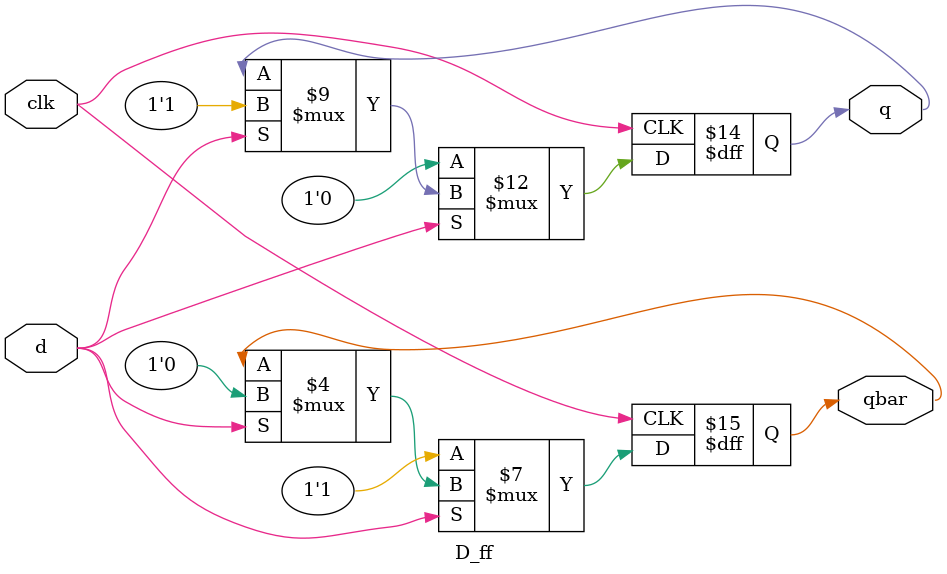
<source format=v>



module D_ff(input clk,d,
            output reg q,qbar);
 
always @(posedge clk)begin
if(d==0)begin
q<=0;
qbar<=1;

end  
else if(d==1)begin
q<=1;
qbar<=0;
end
 
end         
endmodule

</source>
